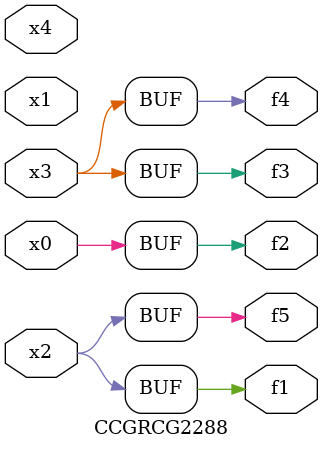
<source format=v>
module CCGRCG2288(
	input x0, x1, x2, x3, x4,
	output f1, f2, f3, f4, f5
);
	assign f1 = x2;
	assign f2 = x0;
	assign f3 = x3;
	assign f4 = x3;
	assign f5 = x2;
endmodule

</source>
